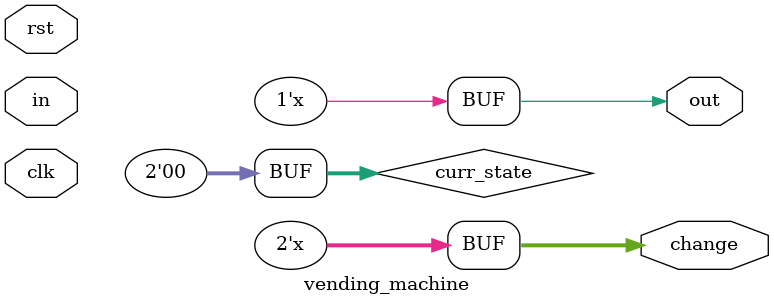
<source format=v>
`timescale 1ns / 1ps


module vending_machine(out,change,in,clk,rst);
input [1:0]in;
input clk,rst;
output reg [1:0]change;
output reg out;

reg [1:0]curr_state,next_state;
parameter s0=2'b00, s1=2'b01, s2=2'b10;

always @(posedge clk)
begin
    if(rst)curr_state<=0;
    else curr_state<=next_state;
end

always @(in,curr_state)
    case(curr_state)
        s0:begin
                if(in==0)begin change=s0;out=0;next_state<=s0; end
                else if(in==1)begin change=s0;out=0;next_state<=s1; end
                else if(in==2)begin change=s0;out=0;next_state<=s2; end
            end
        s1:begin
                if(in==0)begin change=s1;out=0;next_state<=s0; end
                else if(in==1)begin change=s0;out=0;next_state<=s2; end
                else if(in==2)begin change=s0;out=1;next_state<=s0; end
            end
        s2:begin
                if(in==0)begin change=s2;out=0;next_state<=s0; end
                else if(in==1)begin change=s1;out=1;next_state<=s0; end
                else if(in==2)begin change=s2;out=1;next_state<=s2; end
            end
        default curr_state=s0;
    endcase
endmodule

</source>
